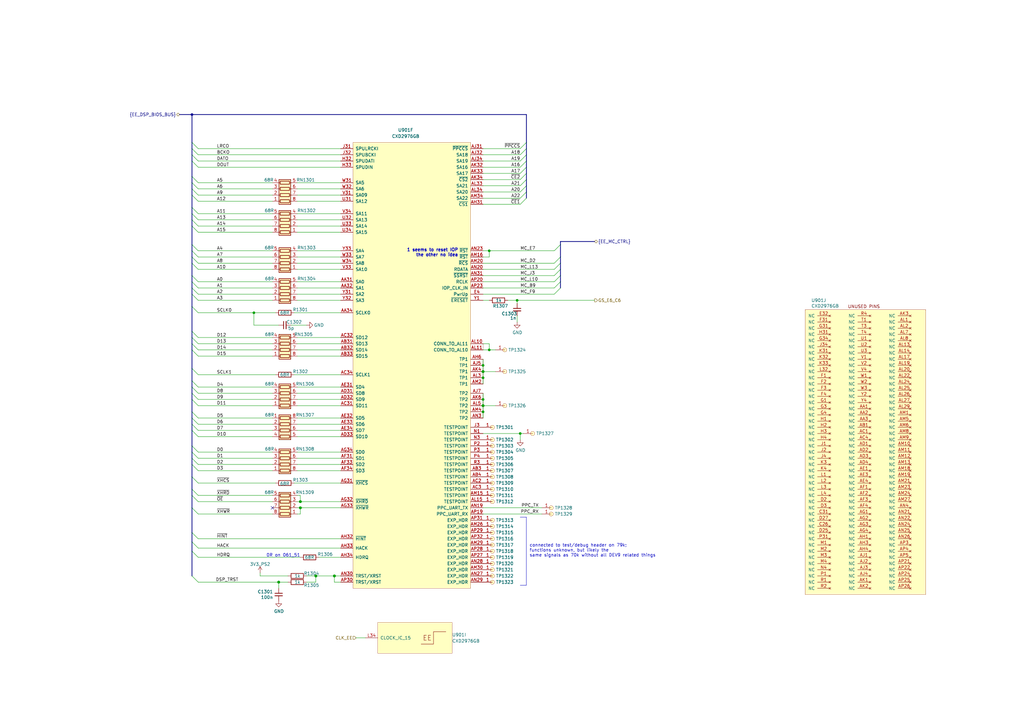
<source format=kicad_sch>
(kicad_sch (version 20230121) (generator eeschema)
  (paper "A3")
  (title_block (title "PS2 EE - Mechacon - DSP Interface") (rev "0.3") (comment 5 "-a project by Tschicki"))
  (bus_alias "EE_DSP_BIOS_BUS" (members "~{PPCCS}" "A18" "A19" "A16" "A17" "~{CE2}" "A21" "A20" "A22" "~{CE1}" "LRCO" "BCKO" "DATO" "A5" "A6" "A9" "A12" "A11" "A13" "A14" "A15" "A4" "A7" "A8" "A10" "A0" "A1" "A2" "A3" "SCLK0" "D12" "D13" "D14" "D15" "SCLK1" "D4" "D8" "D9" "D11" "D5" "D6" "D7" "D10" "D0" "D1" "D2" "D3" "~{XHCS}" "~{XHRD}" "~{OE}" "~{XHWR}" "~{HINT}" "HACK" "HDRQ" "DSP_TRST" "DOUT"))
  (junction (at 137.16 236.22) (diameter 1.016))
  (junction (at 200.66 102.87))
  (junction (at 198.12 168.91))
  (junction (at 78.74 46.99))
  (junction (at 213.36 177.8))
  (junction (at 198.12 154.94))
  (junction (at 198.12 163.83))
  (junction (at 123.19 208.28) (diameter 1.016))
  (junction (at 200.66 143.51))
  (junction (at 198.12 149.86))
  (junction (at 198.12 166.37) (diameter 1.016))
  (junction (at 123.19 205.74) (diameter 1.016))
  (junction (at 104.14 128.27))
  (junction (at 129.54 236.22) (diameter 1.016))
  (junction (at 198.12 152.4) (diameter 1.016))
  (junction (at 212.09 123.19))
  (junction (at 114.3 238.76) (diameter 1.016))
  (no_connect (at 111.76 208.28))
  (bus_entry (at 81.28 68.58) (size -2.54 -2.54))
  (bus_entry (at 81.28 171.45) (size -2.54 -2.54))
  (bus_entry (at 81.28 138.43) (size -2.54 -2.54))
  (bus_entry (at 81.28 179.07) (size -2.54 -2.54))
  (bus_entry (at 213.36 66.04) (size 2.54 -2.54))
  (bus_entry (at 81.28 128.27) (size -2.54 -2.54))
  (bus_entry (at 227.33 110.49) (size 2.54 -2.54))
  (bus_entry (at 227.33 113.03) (size 2.54 -2.54))
  (bus_entry (at 227.33 102.87) (size 2.54 -2.54))
  (bus_entry (at 81.28 187.96) (size -2.54 -2.54))
  (bus_entry (at 81.28 90.17) (size -2.54 -2.54))
  (bus_entry (at 81.28 143.51) (size -2.54 -2.54))
  (bus_entry (at 227.33 115.57) (size 2.54 -2.54))
  (bus_entry (at 213.36 71.12) (size 2.54 -2.54))
  (bus_entry (at 213.36 81.28) (size 2.54 -2.54))
  (bus_entry (at 81.28 74.93) (size -2.54 -2.54))
  (bus_entry (at 81.28 224.79) (size -2.54 -2.54))
  (bus_entry (at 81.28 118.11) (size -2.54 -2.54))
  (bus_entry (at 213.36 78.74) (size 2.54 -2.54))
  (bus_entry (at 227.33 118.11) (size 2.54 -2.54))
  (bus_entry (at 81.28 228.6) (size -2.54 -2.54))
  (bus_entry (at 81.28 66.04) (size -2.54 -2.54))
  (bus_entry (at 213.36 68.58) (size 2.54 -2.54))
  (bus_entry (at 81.28 161.29) (size -2.54 -2.54))
  (bus_entry (at 81.28 107.95) (size -2.54 -2.54))
  (bus_entry (at 81.28 163.83) (size -2.54 -2.54))
  (bus_entry (at 81.28 198.12) (size -2.54 -2.54))
  (bus_entry (at 81.28 102.87) (size -2.54 -2.54))
  (bus_entry (at 213.36 60.96) (size 2.54 -2.54))
  (bus_entry (at 81.28 176.53) (size -2.54 -2.54))
  (bus_entry (at 81.28 63.5) (size -2.54 -2.54))
  (bus_entry (at 81.28 205.74) (size -2.54 -2.54))
  (bus_entry (at 81.28 220.98) (size -2.54 -2.54))
  (bus_entry (at 213.36 73.66) (size 2.54 -2.54))
  (bus_entry (at 81.28 87.63) (size -2.54 -2.54))
  (bus_entry (at 213.36 76.2) (size 2.54 -2.54))
  (bus_entry (at 81.28 105.41) (size -2.54 -2.54))
  (bus_entry (at 81.28 123.19) (size -2.54 -2.54))
  (bus_entry (at 81.28 60.96) (size -2.54 -2.54))
  (bus_entry (at 81.28 173.99) (size -2.54 -2.54))
  (bus_entry (at 81.28 115.57) (size -2.54 -2.54))
  (bus_entry (at 81.28 120.65) (size -2.54 -2.54))
  (bus_entry (at 81.28 190.5) (size -2.54 -2.54))
  (bus_entry (at 227.33 107.95) (size 2.54 -2.54))
  (bus_entry (at 78.74 200.66) (size 2.54 2.54))
  (bus_entry (at 81.28 140.97) (size -2.54 -2.54))
  (bus_entry (at 81.28 92.71) (size -2.54 -2.54))
  (bus_entry (at 81.28 77.47) (size -2.54 -2.54))
  (bus_entry (at 81.28 185.42) (size -2.54 -2.54))
  (bus_entry (at 81.28 146.05) (size -2.54 -2.54))
  (bus_entry (at 81.28 166.37) (size -2.54 -2.54))
  (bus_entry (at 81.28 95.25) (size -2.54 -2.54))
  (bus_entry (at 81.28 153.67) (size -2.54 -2.54))
  (bus_entry (at 81.28 238.76) (size -2.54 -2.54))
  (bus_entry (at 81.28 210.82) (size -2.54 -2.54))
  (bus_entry (at 81.28 80.01) (size -2.54 -2.54))
  (bus_entry (at 81.28 158.75) (size -2.54 -2.54))
  (bus_entry (at 213.36 83.82) (size 2.54 -2.54))
  (bus_entry (at 81.28 193.04) (size -2.54 -2.54))
  (bus_entry (at 213.36 63.5) (size 2.54 -2.54))
  (bus_entry (at 81.28 110.49) (size -2.54 -2.54))
  (bus_entry (at 81.28 82.55) (size -2.54 -2.54))
  (bus_entry (at 227.33 120.65) (size 2.54 -2.54))
  (wire (pts (xy 121.92 92.71) (xy 139.7 92.71)))
  (wire (pts (xy 198.12 166.37) (xy 198.12 168.91)))
  (wire (pts (xy 81.28 92.71) (xy 111.76 92.71)))
  (bus (pts (xy 215.9 73.66) (xy 215.9 76.2)))
  (wire (pts (xy 198.12 115.57) (xy 227.33 115.57)))
  (wire (pts (xy 121.92 74.93) (xy 139.7 74.93)))
  (wire (pts (xy 121.92 173.99) (xy 139.7 173.99)))
  (bus (pts (xy 229.87 118.11) (xy 229.87 115.57)))
  (wire (pts (xy 121.92 77.47) (xy 139.7 77.47)))
  (bus (pts (xy 78.74 135.89) (xy 78.74 125.73)))
  (wire (pts (xy 81.28 74.93) (xy 111.76 74.93)))
  (wire (pts (xy 121.92 163.83) (xy 139.7 163.83)))
  (wire (pts (xy 81.28 115.57) (xy 111.76 115.57)))
  (wire (pts (xy 121.92 205.74) (xy 123.19 205.74)))
  (bus (pts (xy 229.87 113.03) (xy 229.87 110.49)))
  (wire (pts (xy 81.28 80.01) (xy 111.76 80.01)))
  (bus (pts (xy 229.87 115.57) (xy 229.87 113.03)))
  (wire (pts (xy 200.66 140.97) (xy 198.12 140.97)))
  (bus (pts (xy 215.9 46.99) (xy 215.9 58.42)))
  (bus (pts (xy 78.74 190.5) (xy 78.74 187.96)))
  (bus (pts (xy 78.74 92.71) (xy 78.74 90.17)))
  (wire (pts (xy 81.28 123.19) (xy 111.76 123.19)))
  (wire (pts (xy 81.28 224.79) (xy 139.7 224.79)))
  (wire (pts (xy 81.28 120.65) (xy 111.76 120.65)))
  (bus (pts (xy 78.74 151.13) (xy 78.74 143.51)))
  (wire (pts (xy 121.92 80.01) (xy 139.7 80.01)))
  (wire (pts (xy 81.28 176.53) (xy 111.76 176.53)))
  (wire (pts (xy 81.28 60.96) (xy 139.7 60.96)))
  (wire (pts (xy 198.12 143.51) (xy 200.66 143.51)))
  (wire (pts (xy 213.36 76.2) (xy 198.12 76.2)))
  (wire (pts (xy 121.92 138.43) (xy 139.7 138.43)))
  (wire (pts (xy 198.12 149.86) (xy 198.12 152.4)))
  (wire (pts (xy 121.92 105.41) (xy 139.7 105.41)))
  (wire (pts (xy 198.12 102.87) (xy 200.66 102.87)))
  (wire (pts (xy 198.12 161.29) (xy 198.12 163.83)))
  (bus (pts (xy 78.74 158.75) (xy 78.74 156.21)))
  (polyline (pts (xy 215.9 212.09) (xy 215.9 240.03)))
  (wire (pts (xy 121.92 208.28) (xy 123.19 208.28)))
  (wire (pts (xy 121.92 110.49) (xy 139.7 110.49)))
  (wire (pts (xy 120.65 198.12) (xy 139.7 198.12)))
  (bus (pts (xy 229.87 107.95) (xy 229.87 105.41)))
  (bus (pts (xy 215.9 66.04) (xy 215.9 68.58)))
  (bus (pts (xy 78.74 222.25) (xy 78.74 218.44)))
  (bus (pts (xy 78.74 102.87) (xy 78.74 100.33)))
  (wire (pts (xy 137.16 238.76) (xy 137.16 236.22)))
  (wire (pts (xy 123.19 203.2) (xy 123.19 205.74)))
  (wire (pts (xy 81.28 143.51) (xy 111.76 143.51)))
  (bus (pts (xy 78.74 218.44) (xy 78.74 208.28)))
  (wire (pts (xy 139.7 236.22) (xy 137.16 236.22)))
  (wire (pts (xy 81.28 185.42) (xy 111.76 185.42)))
  (wire (pts (xy 198.12 152.4) (xy 198.12 154.94)))
  (wire (pts (xy 81.28 153.67) (xy 113.03 153.67)))
  (wire (pts (xy 198.12 107.95) (xy 227.33 107.95)))
  (bus (pts (xy 78.74 185.42) (xy 78.74 182.88)))
  (bus (pts (xy 78.74 87.63) (xy 78.74 85.09)))
  (bus (pts (xy 78.74 72.39) (xy 78.74 66.04)))
  (wire (pts (xy 104.14 128.27) (xy 113.03 128.27)))
  (wire (pts (xy 213.36 177.8) (xy 213.36 180.34)))
  (wire (pts (xy 212.09 123.19) (xy 243.84 123.19)))
  (wire (pts (xy 198.12 105.41) (xy 200.66 105.41)))
  (bus (pts (xy 78.74 46.99) (xy 215.9 46.99)))
  (bus (pts (xy 78.74 143.51) (xy 78.74 140.97)))
  (wire (pts (xy 121.92 102.87) (xy 139.7 102.87)))
  (wire (pts (xy 222.25 210.82) (xy 198.12 210.82)))
  (wire (pts (xy 81.28 128.27) (xy 104.14 128.27)))
  (wire (pts (xy 198.12 147.32) (xy 198.12 149.86)))
  (bus (pts (xy 78.74 163.83) (xy 78.74 161.29)))
  (wire (pts (xy 121.92 158.75) (xy 139.7 158.75)))
  (wire (pts (xy 81.28 187.96) (xy 111.76 187.96)))
  (bus (pts (xy 78.74 173.99) (xy 78.74 171.45)))
  (bus (pts (xy 215.9 60.96) (xy 215.9 63.5)))
  (bus (pts (xy 78.74 195.58) (xy 78.74 190.5)))
  (wire (pts (xy 200.66 105.41) (xy 200.66 102.87)))
  (wire (pts (xy 123.19 205.74) (xy 139.7 205.74)))
  (bus (pts (xy 78.74 195.58) (xy 78.74 200.66)))
  (bus (pts (xy 215.9 58.42) (xy 215.9 60.96)))
  (wire (pts (xy 81.28 190.5) (xy 111.76 190.5)))
  (wire (pts (xy 213.36 177.8) (xy 214.63 177.8)))
  (wire (pts (xy 213.36 66.04) (xy 198.12 66.04)))
  (wire (pts (xy 81.28 102.87) (xy 111.76 102.87)))
  (wire (pts (xy 81.28 173.99) (xy 111.76 173.99)))
  (wire (pts (xy 198.12 208.28) (xy 222.25 208.28)))
  (wire (pts (xy 81.28 220.98) (xy 139.7 220.98)))
  (wire (pts (xy 198.12 166.37) (xy 203.2 166.37)))
  (bus (pts (xy 215.9 78.74) (xy 215.9 81.28)))
  (wire (pts (xy 81.28 205.74) (xy 111.76 205.74)))
  (wire (pts (xy 81.28 238.76) (xy 114.3 238.76)))
  (wire (pts (xy 121.92 87.63) (xy 139.7 87.63)))
  (wire (pts (xy 121.92 82.55) (xy 139.7 82.55)))
  (wire (pts (xy 198.12 113.03) (xy 227.33 113.03)))
  (bus (pts (xy 78.74 171.45) (xy 78.74 168.91)))
  (wire (pts (xy 81.28 146.05) (xy 111.76 146.05)))
  (bus (pts (xy 78.74 120.65) (xy 78.74 118.11)))
  (wire (pts (xy 104.14 133.35) (xy 114.3 133.35)))
  (wire (pts (xy 121.92 179.07) (xy 139.7 179.07)))
  (wire (pts (xy 114.3 238.76) (xy 118.11 238.76)))
  (wire (pts (xy 125.73 238.76) (xy 129.54 238.76)))
  (bus (pts (xy 78.74 107.95) (xy 78.74 105.41)))
  (wire (pts (xy 81.28 161.29) (xy 111.76 161.29)))
  (wire (pts (xy 121.92 210.82) (xy 123.19 210.82)))
  (bus (pts (xy 78.74 80.01) (xy 78.74 77.47)))
  (wire (pts (xy 129.54 236.22) (xy 125.73 236.22)))
  (wire (pts (xy 121.92 107.95) (xy 139.7 107.95)))
  (wire (pts (xy 212.09 123.19) (xy 208.28 123.19)))
  (wire (pts (xy 130.81 228.6) (xy 139.7 228.6)))
  (wire (pts (xy 81.28 107.95) (xy 111.76 107.95)))
  (wire (pts (xy 81.28 228.6) (xy 123.19 228.6)))
  (bus (pts (xy 215.9 71.12) (xy 215.9 73.66)))
  (wire (pts (xy 121.92 203.2) (xy 123.19 203.2)))
  (wire (pts (xy 213.36 60.96) (xy 198.12 60.96)))
  (wire (pts (xy 81.28 158.75) (xy 111.76 158.75)))
  (wire (pts (xy 81.28 118.11) (xy 111.76 118.11)))
  (wire (pts (xy 198.12 110.49) (xy 227.33 110.49)))
  (wire (pts (xy 121.92 190.5) (xy 139.7 190.5)))
  (wire (pts (xy 213.36 81.28) (xy 198.12 81.28)))
  (wire (pts (xy 137.16 236.22) (xy 129.54 236.22)))
  (wire (pts (xy 121.92 140.97) (xy 139.7 140.97)))
  (wire (pts (xy 81.28 171.45) (xy 111.76 171.45)))
  (bus (pts (xy 78.74 176.53) (xy 78.74 173.99)))
  (wire (pts (xy 146.05 261.62) (xy 149.86 261.62)))
  (wire (pts (xy 198.12 154.94) (xy 198.12 157.48)))
  (bus (pts (xy 78.74 125.73) (xy 78.74 120.65)))
  (wire (pts (xy 81.28 140.97) (xy 111.76 140.97)))
  (bus (pts (xy 78.74 226.06) (xy 78.74 222.25)))
  (wire (pts (xy 200.66 102.87) (xy 227.33 102.87)))
  (wire (pts (xy 81.28 105.41) (xy 111.76 105.41)))
  (wire (pts (xy 121.92 95.25) (xy 139.7 95.25)))
  (bus (pts (xy 78.74 156.21) (xy 78.74 151.13)))
  (bus (pts (xy 78.74 182.88) (xy 78.74 176.53)))
  (wire (pts (xy 81.28 87.63) (xy 111.76 87.63)))
  (wire (pts (xy 212.09 123.19) (xy 212.09 124.46)))
  (bus (pts (xy 78.74 161.29) (xy 78.74 158.75)))
  (bus (pts (xy 78.74 236.22) (xy 78.74 226.06)))
  (wire (pts (xy 121.92 193.04) (xy 139.7 193.04)))
  (wire (pts (xy 123.19 210.82) (xy 123.19 208.28)))
  (bus (pts (xy 78.74 85.09) (xy 78.74 80.01)))
  (wire (pts (xy 81.28 193.04) (xy 111.76 193.04)))
  (wire (pts (xy 121.92 143.51) (xy 139.7 143.51)))
  (wire (pts (xy 81.28 210.82) (xy 111.76 210.82)))
  (wire (pts (xy 213.36 73.66) (xy 198.12 73.66)))
  (wire (pts (xy 81.28 163.83) (xy 111.76 163.83)))
  (bus (pts (xy 73.66 46.99) (xy 78.74 46.99)))
  (wire (pts (xy 81.28 166.37) (xy 111.76 166.37)))
  (wire (pts (xy 121.92 185.42) (xy 139.7 185.42)))
  (wire (pts (xy 114.3 238.76) (xy 114.3 241.3)))
  (wire (pts (xy 200.66 143.51) (xy 200.66 140.97)))
  (bus (pts (xy 78.74 63.5) (xy 78.74 60.96)))
  (wire (pts (xy 212.09 129.54) (xy 212.09 132.08)))
  (bus (pts (xy 78.74 187.96) (xy 78.74 185.42)))
  (wire (pts (xy 198.12 163.83) (xy 198.12 166.37)))
  (bus (pts (xy 78.74 105.41) (xy 78.74 102.87)))
  (wire (pts (xy 121.92 171.45) (xy 139.7 171.45)))
  (wire (pts (xy 198.12 83.82) (xy 213.36 83.82)))
  (bus (pts (xy 78.74 203.2) (xy 78.74 200.66)))
  (wire (pts (xy 81.28 77.47) (xy 111.76 77.47)))
  (wire (pts (xy 120.65 128.27) (xy 139.7 128.27)))
  (bus (pts (xy 215.9 68.58) (xy 215.9 71.12)))
  (bus (pts (xy 78.74 115.57) (xy 78.74 113.03)))
  (wire (pts (xy 81.28 138.43) (xy 111.76 138.43)))
  (bus (pts (xy 229.87 110.49) (xy 229.87 107.95)))
  (wire (pts (xy 121.92 123.19) (xy 139.7 123.19)))
  (wire (pts (xy 120.65 153.67) (xy 139.7 153.67)))
  (wire (pts (xy 198.12 177.8) (xy 213.36 177.8)))
  (wire (pts (xy 121.92 120.65) (xy 139.7 120.65)))
  (wire (pts (xy 213.36 68.58) (xy 198.12 68.58)))
  (polyline (pts (xy 213.36 240.03) (xy 215.9 240.03)))
  (wire (pts (xy 121.92 161.29) (xy 139.7 161.29)))
  (wire (pts (xy 198.12 120.65) (xy 227.33 120.65)))
  (wire (pts (xy 139.7 238.76) (xy 137.16 238.76)))
  (wire (pts (xy 121.92 176.53) (xy 139.7 176.53)))
  (wire (pts (xy 81.28 66.04) (xy 139.7 66.04)))
  (wire (pts (xy 81.28 95.25) (xy 111.76 95.25)))
  (bus (pts (xy 78.74 113.03) (xy 78.74 107.95)))
  (bus (pts (xy 78.74 66.04) (xy 78.74 63.5)))
  (bus (pts (xy 78.74 118.11) (xy 78.74 115.57)))
  (wire (pts (xy 198.12 118.11) (xy 227.33 118.11)))
  (wire (pts (xy 123.19 208.28) (xy 139.7 208.28)))
  (wire (pts (xy 81.28 110.49) (xy 111.76 110.49)))
  (wire (pts (xy 121.92 187.96) (xy 139.7 187.96)))
  (bus (pts (xy 78.74 140.97) (xy 78.74 138.43)))
  (bus (pts (xy 78.74 138.43) (xy 78.74 135.89)))
  (wire (pts (xy 81.28 82.55) (xy 111.76 82.55)))
  (wire (pts (xy 213.36 71.12) (xy 198.12 71.12)))
  (wire (pts (xy 200.66 123.19) (xy 198.12 123.19)))
  (bus (pts (xy 78.74 77.47) (xy 78.74 74.93)))
  (wire (pts (xy 81.28 90.17) (xy 111.76 90.17)))
  (bus (pts (xy 229.87 100.33) (xy 229.87 99.06)))
  (wire (pts (xy 121.92 118.11) (xy 139.7 118.11)))
  (wire (pts (xy 81.28 68.58) (xy 139.7 68.58)))
  (bus (pts (xy 78.74 58.42) (xy 78.74 46.99)))
  (wire (pts (xy 213.36 78.74) (xy 198.12 78.74)))
  (wire (pts (xy 121.92 146.05) (xy 139.7 146.05)))
  (bus (pts (xy 78.74 203.2) (xy 78.74 208.28)))
  (wire (pts (xy 198.12 152.4) (xy 203.2 152.4)))
  (bus (pts (xy 215.9 76.2) (xy 215.9 78.74)))
  (wire (pts (xy 198.12 168.91) (xy 198.12 171.45)))
  (wire (pts (xy 104.14 128.27) (xy 104.14 133.35)))
  (wire (pts (xy 81.28 198.12) (xy 113.03 198.12)))
  (wire (pts (xy 121.92 166.37) (xy 139.7 166.37)))
  (wire (pts (xy 200.66 143.51) (xy 203.2 143.51)))
  (bus (pts (xy 229.87 99.06) (xy 243.84 99.06)))
  (wire (pts (xy 213.36 63.5) (xy 198.12 63.5)))
  (bus (pts (xy 229.87 105.41) (xy 229.87 100.33)))
  (wire (pts (xy 81.28 203.2) (xy 111.76 203.2)))
  (polyline (pts (xy 213.36 212.09) (xy 215.9 212.09)))
  (bus (pts (xy 78.74 60.96) (xy 78.74 58.42)))
  (bus (pts (xy 78.74 168.91) (xy 78.74 163.83)))
  (wire (pts (xy 118.11 236.22) (xy 106.68 236.22)))
  (wire (pts (xy 129.54 238.76) (xy 129.54 236.22)))
  (wire (pts (xy 81.28 179.07) (xy 111.76 179.07)))
  (bus (pts (xy 78.74 90.17) (xy 78.74 87.63)))
  (wire (pts (xy 121.92 90.17) (xy 139.7 90.17)))
  (wire (pts (xy 121.92 115.57) (xy 139.7 115.57)))
  (wire (pts (xy 119.38 133.35) (xy 125.73 133.35)))
  (wire (pts (xy 106.68 234.95) (xy 106.68 236.22)))
  (wire (pts (xy 81.28 63.5) (xy 139.7 63.5)))
  (bus (pts (xy 78.74 92.71) (xy 78.74 100.33)))
  (bus (pts (xy 78.74 74.93) (xy 78.74 72.39)))
  (bus (pts (xy 215.9 63.5) (xy 215.9 66.04)))
  (text "0R on 061_51" (at 109.22 228.6 0) (effects (font (size 1.27 1.27)) (justify left bottom)))
  (text "connected to test/debug header on 79k;\nfunctions unknown, but likely the \nsame signals as 70k without all DEV9 related things" (at 217.17 228.6 0) (effects (font (size 1.27 1.27)) (justify left bottom)))
  (text "1 seems to reset IOP\nthe other no idea" (at 187.96 105.41 0) (effects (font (size 1.27 1.27) bold) (justify right bottom)))
  (label "D7" (at 88.9 176.53 0))
  (label "PPC_TX" (at 220.98 208.28 180))
  (label "MC_L13" (at 213.36 110.49 0))
  (label "~{OE}" (at 88.9 205.74 0))
  (label "A16" (at 213.36 68.58 180))
  (label "~{CE1}" (at 213.36 83.82 180))
  (label "SCLK1" (at 88.9 153.67 0))
  (label "~{XHWR}" (at 88.9 210.82 0))
  (label "LRCO" (at 88.9 60.96 0))
  (label "A9" (at 88.9 80.01 0))
  (label "D8" (at 88.9 161.29 0))
  (label "A8" (at 88.9 107.95 0))
  (label "D15" (at 88.9 146.05 0))
  (label "A2" (at 88.9 120.65 0))
  (label "A6" (at 88.9 77.47 0))
  (label "A15" (at 88.9 95.25 0))
  (label "A22" (at 213.36 81.28 180))
  (label "~{XHCS}" (at 88.9 198.12 0))
  (label "MC_E7" (at 213.36 102.87 0))
  (label "PPC_RX" (at 220.98 210.82 180))
  (label "MC_L10" (at 213.36 115.57 0))
  (label "~{CE2}" (at 213.36 73.66 180))
  (label "A4" (at 88.9 102.87 0))
  (label "D3" (at 88.9 193.04 0))
  (label "A14" (at 88.9 92.71 0))
  (label "A13" (at 88.9 90.17 0))
  (label "A17" (at 213.36 71.12 180))
  (label "D14" (at 88.9 143.51 0))
  (label "HACK" (at 88.9 224.79 0))
  (label "A21" (at 213.36 76.2 180))
  (label "MC_D2" (at 213.36 107.95 0))
  (label "D10" (at 88.9 179.07 0))
  (label "D1" (at 88.9 187.96 0))
  (label "MC_F9" (at 213.36 120.65 0))
  (label "A3" (at 88.9 123.19 0))
  (label "A0" (at 88.9 115.57 0))
  (label "D2" (at 88.9 190.5 0))
  (label "D11" (at 88.9 166.37 0))
  (label "~{PPCCS}" (at 213.36 60.96 180))
  (label "A20" (at 213.36 78.74 180))
  (label "~{XHRD}" (at 88.9 203.2 0))
  (label "A5" (at 88.9 74.93 0))
  (label "D9" (at 88.9 163.83 0))
  (label "A19" (at 213.36 66.04 180))
  (label "D0" (at 88.9 185.42 0))
  (label "D4" (at 88.9 158.75 0))
  (label "D6" (at 88.9 173.99 0))
  (label "HDRQ" (at 88.9 228.6 0))
  (label "BCKO" (at 88.9 63.5 0))
  (label "A18" (at 213.36 63.5 180))
  (label "A1" (at 88.9 118.11 0))
  (label "MC_B9" (at 213.36 118.11 0))
  (label "A11" (at 88.9 87.63 0))
  (label "A7" (at 88.9 105.41 0))
  (label "A12" (at 88.9 82.55 0))
  (label "D12" (at 88.9 138.43 0))
  (label "D5" (at 88.9 171.45 0))
  (label "A10" (at 88.9 110.49 0))
  (label "DOUT" (at 88.9 68.58 0))
  (label "~{HINT}" (at 88.9 220.98 0))
  (label "SCLK0" (at 88.9 128.27 0))
  (label "DATO" (at 88.9 66.04 0))
  (label "MC_J3" (at 213.36 113.03 0))
  (label "DSP_TRST" (at 97.79 238.76 180))
  (label "D13" (at 88.9 140.97 0))
  (hierarchical_label "CLK_EE" (shape input) (at 146.05 261.62 180))
  (hierarchical_label "GS_E6_C6" (shape output) (at 243.84 123.19 0))
  (hierarchical_label "{EE_DSP_BIOS_BUS}" (shape bidirectional) (at 73.66 46.99 180))
  (hierarchical_label "{EE_MC_CTRL}" (shape bidirectional) (at 243.84 99.06 0))
  (symbol (lib_id "PS2:CXD2976GB") (at 139.7 60.96 0) (unit 6)
    (property "Reference" "U901" (at 166.37 53.34 0))
    (property "Value" "CXD2976GB" (at 166.37 55.88 0))
    (property "Footprint" "PS2:PS2_CXD2976GB_35.0x35.0mm_P1.0mm" (effects hide))
    (property "Part Number" "get from PS2 79k/90k" (effects hide))
  )
  (symbol (lib_id "PS2:Solder_Point") (at 201.93 231.14 0) (unit 1) (in_bom no)
    (property "Reference" "TP1320" (at 207.01 231.14 0))
    (property "Value" "Solder_Point" (effects hide))
    (property "Footprint" "PS2:Solder_Point_127" (effects hide))
  )
  (symbol (lib_id "PS2:Solder_Point") (at 201.93 198.12 0) (unit 1) (in_bom no)
    (property "Reference" "TP1309" (at 207.01 198.12 0))
    (property "Value" "Solder_Point" (effects hide))
    (property "Footprint" "PS2:Solder_Point_127" (effects hide))
  )
  (symbol (lib_id "PS2_Capacitors:C_5p_0402") (at 116.84 133.35 90) (unit 1)
    (property "Reference" "C1302" (at 123.825 132.08 90) (effects (justify left)))
    (property "Value" "5p" (at 120.65 134.62 90) (effects (justify left)))
    (property "Footprint" "PS2:C_0402_1005Metric" (effects hide))
    (property "Part Number" "CC0402BRNPO9BN5R0" (effects hide))
  )
  (symbol (lib_id "PS2:Solder_Point") (at 201.93 203.2 0) (unit 1) (in_bom no)
    (property "Reference" "TP1311" (at 207.01 203.2 0))
    (property "Value" "Solder_Point" (effects hide))
    (property "Footprint" "PS2:Solder_Point_127" (effects hide))
  )
  (symbol (lib_id "PS2:Solder_Point") (at 201.93 187.96 0) (unit 1) (in_bom no)
    (property "Reference" "TP1305" (at 207.01 187.96 0))
    (property "Value" "Solder_Point" (effects hide))
    (property "Footprint" "PS2:Solder_Point_127" (effects hide))
  )
  (symbol (lib_id "PS2:Solder_Point") (at 226.06 208.28 0) (unit 1) (in_bom no)
    (property "Reference" "TP1328" (at 231.14 208.28 0))
    (property "Value" "Solder_Point" (effects hide))
    (property "Footprint" "PS2:Solder_Point_127" (effects hide))
  )
  (symbol (lib_id "PS2_Resistors:R_4Array_68R_0402") (at 116.84 161.29 270) (mirror x) (unit 1)
    (property "Reference" "RN1306" (at 121.285 157.48 90) (effects (justify left)))
    (property "Value" "68R" (at 108.585 157.48 90) (effects (justify left)))
    (property "Footprint" "PS2:R_Array_Convex_4x0402" (effects hide))
    (property "Part Number" "YC124-JR-0768RL" (effects hide))
  )
  (symbol (lib_id "PS2:Solder_Point") (at 201.93 185.42 0) (unit 1) (in_bom no)
    (property "Reference" "TP1304" (at 207.01 185.42 0))
    (property "Value" "Solder_Point" (effects hide))
    (property "Footprint" "PS2:Solder_Point_127" (effects hide))
  )
  (symbol (lib_id "PS2:Solder_Point") (at 207.01 152.4 0) (unit 1) (in_bom no)
    (property "Reference" "TP1325" (at 212.09 152.4 0))
    (property "Value" "Solder_Point" (effects hide))
    (property "Footprint" "PS2:Solder_Point_127" (effects hide))
  )
  (symbol (lib_id "PS2_Resistors:R_4Array_68R_0402") (at 116.84 140.97 270) (mirror x) (unit 1)
    (property "Reference" "RN1305" (at 120.65 137.16 90) (effects (justify left)))
    (property "Value" "68R" (at 108.585 137.16 90) (effects (justify left)))
    (property "Footprint" "PS2:R_Array_Convex_4x0402" (effects hide))
    (property "Part Number" "YC124-JR-0768RL" (effects hide))
  )
  (symbol (lib_id "PS2_Resistors:R_1k_0402") (at 204.47 123.19 270) (unit 1)
    (property "Reference" "R1307" (at 202.0634 125.4761 90) (effects (justify left)))
    (property "Value" "1k" (at 203.321 123.19 90) (effects (justify left)))
    (property "Footprint" "PS2:R_0402_1005Metric" (effects hide))
    (property "Part Number" "RC0402FR-071KL" (effects hide))
  )
  (symbol (lib_id "PS2:CXD2976GB") (at 330.2 127 0) (unit 10)
    (property "Reference" "U901" (at 332.74 123.19 0) (effects (justify left)))
    (property "Value" "CXD2976GB" (at 332.7396 125.4885 0) (effects (justify left)))
    (property "Footprint" "PS2:PS2_CXD2976GB_35.0x35.0mm_P1.0mm" (effects hide))
    (property "Part Number" "get from PS2 79k/90k" (effects hide))
  )
  (symbol (lib_id "PS2:Solder_Point") (at 201.93 190.5 0) (unit 1) (in_bom no)
    (property "Reference" "TP1306" (at 207.01 190.5 0))
    (property "Value" "Solder_Point" (effects hide))
    (property "Footprint" "PS2:Solder_Point_127" (effects hide))
  )
  (symbol (lib_id "PS2_Resistors:R_4Array_68R_0402") (at 116.84 77.47 270) (mirror x) (unit 1)
    (property "Reference" "RN1301" (at 121.5454 73.8123 90) (effects (justify left)))
    (property "Value" "68R" (at 108.325 73.812 90) (effects (justify left)))
    (property "Footprint" "PS2:R_Array_Convex_4x0402" (effects hide))
    (property "Part Number" "YC124-JR-0768RL" (effects hide))
  )
  (symbol (lib_id "PS2_Resistors:R_1k_0402") (at 121.92 236.22 270) (mirror x) (unit 1)
    (property "Reference" "R1304" (at 124.5934 235.2039 90) (effects (justify left)))
    (property "Value" "1k" (at 120.771 236.22 90) (effects (justify left)))
    (property "Footprint" "PS2:R_0402_1005Metric" (effects hide))
    (property "Part Number" "RC0402FR-071KL" (effects hide))
  )
  (symbol (lib_id "power:GND") (at 114.3 246.38 0) (unit 1)
    (property "Reference" "#PWR01302" (effects hide))
    (property "Value" "GND" (at 114.4143 250.7044 0))
  )
  (symbol (lib_id "PS2:Solder_Point") (at 201.93 195.58 0) (unit 1) (in_bom no)
    (property "Reference" "TP1308" (at 207.01 195.58 0))
    (property "Value" "Solder_Point" (effects hide))
    (property "Footprint" "PS2:Solder_Point_127" (effects hide))
  )
  (symbol (lib_id "PS2:CXD2976GB") (at 149.86 255.27 0) (unit 9)
    (property "Reference" "U901" (at 185.42 260.35 0) (effects (justify left)))
    (property "Value" "CXD2976GB" (at 185.42 262.89 0) (effects (justify left)))
    (property "Footprint" "PS2:PS2_CXD2976GB_35.0x35.0mm_P1.0mm" (effects hide))
    (property "Part Number" "get from PS2 79k/90k" (effects hide))
  )
  (symbol (lib_id "PS2_Resistors:R_4Array_68R_0402") (at 116.84 176.53 270) (unit 1)
    (property "Reference" "RN1307" (at 121.285 170.18 90) (effects (justify left)))
    (property "Value" "68R" (at 108.585 170.18 90) (effects (justify left)))
    (property "Footprint" "PS2:R_Array_Convex_4x0402" (effects hide))
    (property "Part Number" "YC124-JR-0768RL" (effects hide))
  )
  (symbol (lib_id "PS2_Resistors:R_1k_0402") (at 121.92 238.76 270) (unit 1)
    (property "Reference" "R1305" (at 124.5934 240.0301 90) (effects (justify left)))
    (property "Value" "1k" (at 120.771 238.76 90) (effects (justify left)))
    (property "Footprint" "PS2:R_0402_1005Metric" (effects hide))
    (property "Part Number" "RC0402FR-071KL" (effects hide))
  )
  (symbol (lib_id "PS2_Resistors:R_4Array_68R_0402") (at 116.84 187.96 270) (mirror x) (unit 1)
    (property "Reference" "RN1308" (at 121.285 184.15 90) (effects (justify left)))
    (property "Value" "68R" (at 108.585 184.15 90) (effects (justify left)))
    (property "Footprint" "PS2:R_Array_Convex_4x0402" (effects hide))
    (property "Part Number" "YC124-JR-0768RL" (effects hide))
  )
  (symbol (lib_id "PS2:Solder_Point") (at 201.93 205.74 0) (unit 1) (in_bom no)
    (property "Reference" "TP1312" (at 207.01 205.74 0))
    (property "Value" "Solder_Point" (effects hide))
    (property "Footprint" "PS2:Solder_Point_127" (effects hide))
  )
  (symbol (lib_id "PS2_Resistors:R_4Array_68R_0402") (at 116.84 105.41 90) (unit 1)
    (property "Reference" "RN1303" (at 129.54 101.6 90) (effects (justify left)))
    (property "Value" "68R" (at 112.395 101.6 90) (effects (justify left)))
    (property "Footprint" "PS2:R_Array_Convex_4x0402" (effects hide))
    (property "Part Number" "YC124-JR-0768RL" (effects hide))
  )
  (symbol (lib_id "PS2:Solder_Point") (at 201.93 236.22 0) (unit 1) (in_bom no)
    (property "Reference" "TP1322" (at 207.01 236.22 0))
    (property "Value" "Solder_Point" (effects hide))
    (property "Footprint" "PS2:Solder_Point_127" (effects hide))
  )
  (symbol (lib_id "PS2_Capacitors:C_1n_0402") (at 212.09 127 0) (mirror y) (unit 1)
    (property "Reference" "C1303" (at 212.0518 128.6446 0) (effects (justify left)))
    (property "Value" "1n" (at 211.798 130.435 0) (effects (justify left)))
    (property "Footprint" "PS2:C_0402_1005Metric" (effects hide))
    (property "Part Number" "CC0402KRX7R9BB102" (effects hide))
  )
  (symbol (lib_id "power:GND") (at 213.36 180.34 0) (unit 1)
    (property "Reference" "#PWR01305" (effects hide))
    (property "Value" "GND" (at 213.4743 184.6644 0))
  )
  (symbol (lib_id "PS2_Resistors:R_68R_0402") (at 116.84 198.12 90) (unit 1)
    (property "Reference" "R1303" (at 126.365 196.85 90) (effects (justify left)))
    (property "Value" "68R" (at 118.751 198.374 90) (effects (justify left)))
    (property "Footprint" "PS2:R_0402_1005Metric" (effects hide))
    (property "Part Number" "RC0402FR-0768RL" (effects hide))
  )
  (symbol (lib_id "PS2_Resistors:R_68R_0402") (at 116.84 153.67 90) (unit 1)
    (property "Reference" "R1302" (at 126.365 152.4 90) (effects (justify left)))
    (property "Value" "68R" (at 118.751 153.67 90) (effects (justify left)))
    (property "Footprint" "PS2:R_0402_1005Metric" (effects hide))
    (property "Part Number" "RC0402FR-0768RL" (effects hide))
  )
  (symbol (lib_id "PS2_Resistors:R_68R_0402") (at 116.84 128.27 90) (unit 1)
    (property "Reference" "R1301" (at 126.365 127 90) (effects (justify left)))
    (property "Value" "68R" (at 118.751 128.27 90) (effects (justify left)))
    (property "Footprint" "PS2:R_0402_1005Metric" (effects hide))
    (property "Part Number" "RC0402FR-0768RL" (effects hide))
  )
  (symbol (lib_id "PS2:Solder_Point") (at 201.93 220.98 0) (unit 1) (in_bom no)
    (property "Reference" "TP1316" (at 207.01 220.98 0))
    (property "Value" "Solder_Point" (effects hide))
    (property "Footprint" "PS2:Solder_Point_127" (effects hide))
  )
  (symbol (lib_id "PS2:Solder_Point") (at 201.93 213.36 0) (unit 1) (in_bom no)
    (property "Reference" "TP1313" (at 207.01 213.36 0))
    (property "Value" "Solder_Point" (effects hide))
    (property "Footprint" "PS2:Solder_Point_127" (effects hide))
  )
  (symbol (lib_id "PS2:Solder_Point") (at 226.06 210.82 0) (unit 1) (in_bom no)
    (property "Reference" "TP1329" (at 231.14 210.82 0))
    (property "Value" "Solder_Point" (effects hide))
    (property "Footprint" "PS2:Solder_Point_127" (effects hide))
  )
  (symbol (lib_id "PS2_Resistors:R_4Array_68R_0402") (at 116.84 205.74 90) (unit 1)
    (property "Reference" "RN1309" (at 128.905 201.93 90) (effects (justify left)))
    (property "Value" "68R" (at 112.395 201.93 90) (effects (justify left)))
    (property "Footprint" "PS2:R_Array_Convex_4x0402" (effects hide))
    (property "Part Number" "YC124-JR-0768RL" (effects hide))
  )
  (symbol (lib_id "PS2_Resistors:R_4Array_68R_0402") (at 116.84 90.17 90) (unit 1)
    (property "Reference" "RN1302" (at 129.54 86.36 90) (effects (justify left)))
    (property "Value" "68R" (at 112.395 86.36 90) (effects (justify left)))
    (property "Footprint" "PS2:R_Array_Convex_4x0402" (effects hide))
    (property "Part Number" "YC124-JR-0768RL" (effects hide))
  )
  (symbol (lib_id "PS2:Solder_Point") (at 201.93 238.76 0) (unit 1) (in_bom no)
    (property "Reference" "TP1323" (at 207.01 238.76 0))
    (property "Value" "Solder_Point" (effects hide))
    (property "Footprint" "PS2:Solder_Point_127" (effects hide))
  )
  (symbol (lib_id "PS2:Solder_Point") (at 201.93 180.34 0) (unit 1) (in_bom no)
    (property "Reference" "TP1302" (at 207.01 180.34 0))
    (property "Value" "Solder_Point" (effects hide))
    (property "Footprint" "PS2:Solder_Point_127" (effects hide))
  )
  (symbol (lib_id "PS2:Solder_Point") (at 201.93 223.52 0) (unit 1) (in_bom no)
    (property "Reference" "TP1317" (at 207.01 223.52 0))
    (property "Value" "Solder_Point" (effects hide))
    (property "Footprint" "PS2:Solder_Point_127" (effects hide))
  )
  (symbol (lib_id "PS2_Capacitors:C_100n_0402") (at 114.3 243.84 0) (mirror y) (unit 1)
    (property "Reference" "C1301" (at 111.9758 242.6906 0) (effects (justify left)))
    (property "Value" "100n" (at 111.9758 244.9893 0) (effects (justify left)))
    (property "Footprint" "PS2:C_0402_1005Metric" (effects hide))
    (property "Datasheet" "https://www.mouser.at/datasheet/2/447/UPY_NP0X5R_01005_4V_to_25V_V10-3003057.pdf" (effects hide))
    (property "Part Number" "CC0402KRX7R7BB104" (effects hide))
  )
  (symbol (lib_id "PS2:Solder_Point") (at 201.93 200.66 0) (unit 1) (in_bom no)
    (property "Reference" "TP1310" (at 207.01 200.66 0))
    (property "Value" "Solder_Point" (effects hide))
    (property "Footprint" "PS2:Solder_Point_127" (effects hide))
  )
  (symbol (lib_id "PS2:Solder_Point") (at 201.93 233.68 0) (unit 1) (in_bom no)
    (property "Reference" "TP1321" (at 207.01 233.68 0))
    (property "Value" "Solder_Point" (effects hide))
    (property "Footprint" "PS2:Solder_Point_127" (effects hide))
  )
  (symbol (lib_id "PS2:Solder_Point") (at 201.93 218.44 0) (unit 1) (in_bom no)
    (property "Reference" "TP1315" (at 207.01 218.44 0))
    (property "Value" "Solder_Point" (effects hide))
    (property "Footprint" "PS2:Solder_Point_127" (effects hide))
  )
  (symbol (lib_id "PS2_Resistors:R_4Array_68R_0402") (at 116.84 118.11 270) (mirror x) (unit 1)
    (property "Reference" "RN1304" (at 121.92 114.3 90) (effects (justify left)))
    (property "Value" "68R" (at 108.585 114.3 90) (effects (justify left)))
    (property "Footprint" "PS2:R_Array_Convex_4x0402" (effects hide))
    (property "Part Number" "YC124-JR-0768RL" (effects hide))
  )
  (symbol (lib_id "PS2_Resistors:R_68R_0402") (at 127 228.6 90) (unit 1)
    (property "Reference" "R1306" (at 136.525 227.33 90) (effects (justify left)))
    (property "Value" "68R" (at 128.911 228.6 90) (effects (justify left)))
    (property "Footprint" "PS2:R_0402_1005Metric" (effects hide))
    (property "Part Number" "RC0402FR-0768RL" (effects hide))
  )
  (symbol (lib_id "PS2:Solder_Point") (at 201.93 215.9 0) (unit 1) (in_bom no)
    (property "Reference" "TP1314" (at 207.01 215.9 0))
    (property "Value" "Solder_Point" (effects hide))
    (property "Footprint" "PS2:Solder_Point_127" (effects hide))
  )
  (symbol (lib_id "PS2:Solder_Point") (at 201.93 182.88 0) (unit 1) (in_bom no)
    (property "Reference" "TP1303" (at 207.01 182.88 0))
    (property "Value" "Solder_Point" (effects hide))
    (property "Footprint" "PS2:Solder_Point_127" (effects hide))
  )
  (symbol (lib_id "power:GND") (at 125.73 133.35 90) (unit 1)
    (property "Reference" "#PWR01303" (effects hide))
    (property "Value" "GND" (at 130.81 133.35 90))
  )
  (symbol (lib_id "PS2:Solder_Point") (at 201.93 175.26 0) (unit 1) (in_bom no)
    (property "Reference" "TP1301" (at 207.01 175.26 0))
    (property "Value" "Solder_Point" (effects hide))
    (property "Footprint" "PS2:Solder_Point_127" (effects hide))
  )
  (symbol (lib_id "PS2:Solder_Point") (at 218.44 177.8 0) (unit 1) (in_bom no)
    (property "Reference" "TP1327" (at 223.52 177.8 0))
    (property "Value" "Solder_Point" (effects hide))
    (property "Footprint" "PS2:Solder_Point_127" (effects hide))
  )
  (symbol (lib_id "power:GND") (at 212.09 132.08 0) (unit 1)
    (property "Reference" "#PWR01304" (effects hide))
    (property "Value" "GND" (at 212.2043 136.4044 0))
  )
  (symbol (lib_id "PS2:3V5") (at 106.68 234.95 0) (unit 1)
    (property "Reference" "#PWR01301" (effects hide))
    (property "Value" "3V3_PS2" (at 106.68 231.394 0))
  )
  (symbol (lib_id "PS2:Solder_Point") (at 201.93 193.04 0) (unit 1) (in_bom no)
    (property "Reference" "TP1307" (at 207.01 193.04 0))
    (property "Value" "Solder_Point" (effects hide))
    (property "Footprint" "PS2:Solder_Point_127" (effects hide))
  )
  (symbol (lib_id "PS2:Solder_Point") (at 207.01 143.51 0) (unit 1) (in_bom no)
    (property "Reference" "TP1324" (at 212.09 143.51 0))
    (property "Value" "Solder_Point" (effects hide))
    (property "Footprint" "PS2:Solder_Point_127" (effects hide))
  )
  (symbol (lib_id "PS2:Solder_Point") (at 207.01 166.37 0) (unit 1) (in_bom no)
    (property "Reference" "TP1326" (at 212.09 166.37 0))
    (property "Value" "Solder_Point" (effects hide))
    (property "Footprint" "PS2:Solder_Point_127" (effects hide))
  )
  (symbol (lib_id "PS2:Solder_Point") (at 201.93 226.06 0) (unit 1) (in_bom no)
    (property "Reference" "TP1318" (at 207.01 226.06 0))
    (property "Value" "Solder_Point" (effects hide))
    (property "Footprint" "PS2:Solder_Point_127" (effects hide))
  )
  (symbol (lib_id "PS2:Solder_Point") (at 201.93 228.6 0) (unit 1) (in_bom no)
    (property "Reference" "TP1319" (at 207.01 228.6 0))
    (property "Value" "Solder_Point" (effects hide))
    (property "Footprint" "PS2:Solder_Point_127" (effects hide))
  )
)
</source>
